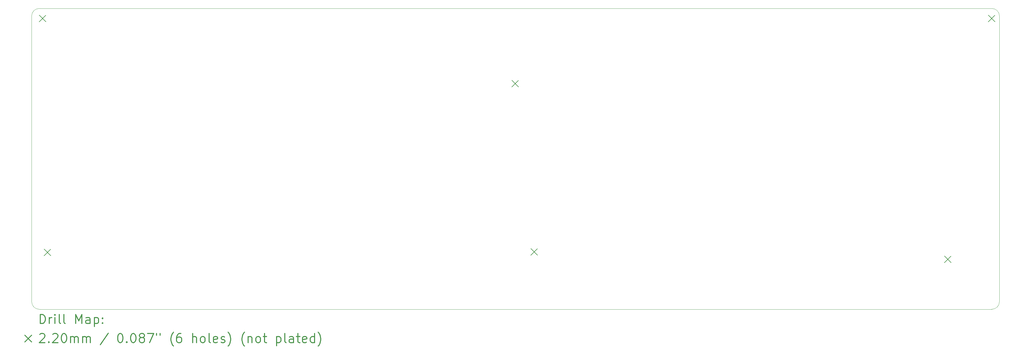
<source format=gbr>
%FSLAX45Y45*%
G04 Gerber Fmt 4.5, Leading zero omitted, Abs format (unit mm)*
G04 Created by KiCad (PCBNEW (5.1.9)-1) date 2021-05-17 17:20:40*
%MOMM*%
%LPD*%
G01*
G04 APERTURE LIST*
%TA.AperFunction,Profile*%
%ADD10C,0.100000*%
%TD*%
%ADD11C,0.200000*%
%ADD12C,0.300000*%
G04 APERTURE END LIST*
D10*
X38225000Y-9765000D02*
G75*
G02*
X38475000Y-10015000I0J-250000D01*
G01*
X6790000Y-19695000D02*
G75*
G02*
X6540000Y-19445000I0J250000D01*
G01*
X38475000Y-19445000D02*
G75*
G02*
X38225000Y-19695000I-250000J0D01*
G01*
X6540000Y-19445000D02*
X6540000Y-10015000D01*
X6790000Y-19695000D02*
X38225000Y-19695000D01*
X38475000Y-19445000D02*
X38475000Y-10015000D01*
X38225000Y-9765000D02*
X6790000Y-9765000D01*
X6540000Y-10015000D02*
G75*
G02*
X6790000Y-9765000I250000J0D01*
G01*
D11*
X6790000Y-9990000D02*
X7010000Y-10210000D01*
X7010000Y-9990000D02*
X6790000Y-10210000D01*
X6950000Y-17710000D02*
X7170000Y-17930000D01*
X7170000Y-17710000D02*
X6950000Y-17930000D01*
X22390000Y-12140000D02*
X22610000Y-12360000D01*
X22610000Y-12140000D02*
X22390000Y-12360000D01*
X23015000Y-17690000D02*
X23235000Y-17910000D01*
X23235000Y-17690000D02*
X23015000Y-17910000D01*
X36665000Y-17940000D02*
X36885000Y-18160000D01*
X36885000Y-17940000D02*
X36665000Y-18160000D01*
X38110000Y-9990000D02*
X38330000Y-10210000D01*
X38330000Y-9990000D02*
X38110000Y-10210000D01*
D12*
X6821428Y-20165714D02*
X6821428Y-19865714D01*
X6892857Y-19865714D01*
X6935714Y-19880000D01*
X6964286Y-19908572D01*
X6978571Y-19937143D01*
X6992857Y-19994286D01*
X6992857Y-20037143D01*
X6978571Y-20094286D01*
X6964286Y-20122857D01*
X6935714Y-20151429D01*
X6892857Y-20165714D01*
X6821428Y-20165714D01*
X7121428Y-20165714D02*
X7121428Y-19965714D01*
X7121428Y-20022857D02*
X7135714Y-19994286D01*
X7150000Y-19980000D01*
X7178571Y-19965714D01*
X7207143Y-19965714D01*
X7307143Y-20165714D02*
X7307143Y-19965714D01*
X7307143Y-19865714D02*
X7292857Y-19880000D01*
X7307143Y-19894286D01*
X7321428Y-19880000D01*
X7307143Y-19865714D01*
X7307143Y-19894286D01*
X7492857Y-20165714D02*
X7464286Y-20151429D01*
X7450000Y-20122857D01*
X7450000Y-19865714D01*
X7650000Y-20165714D02*
X7621428Y-20151429D01*
X7607143Y-20122857D01*
X7607143Y-19865714D01*
X7992857Y-20165714D02*
X7992857Y-19865714D01*
X8092857Y-20080000D01*
X8192857Y-19865714D01*
X8192857Y-20165714D01*
X8464286Y-20165714D02*
X8464286Y-20008572D01*
X8450000Y-19980000D01*
X8421428Y-19965714D01*
X8364286Y-19965714D01*
X8335714Y-19980000D01*
X8464286Y-20151429D02*
X8435714Y-20165714D01*
X8364286Y-20165714D01*
X8335714Y-20151429D01*
X8321428Y-20122857D01*
X8321428Y-20094286D01*
X8335714Y-20065714D01*
X8364286Y-20051429D01*
X8435714Y-20051429D01*
X8464286Y-20037143D01*
X8607143Y-19965714D02*
X8607143Y-20265714D01*
X8607143Y-19980000D02*
X8635714Y-19965714D01*
X8692857Y-19965714D01*
X8721428Y-19980000D01*
X8735714Y-19994286D01*
X8750000Y-20022857D01*
X8750000Y-20108572D01*
X8735714Y-20137143D01*
X8721428Y-20151429D01*
X8692857Y-20165714D01*
X8635714Y-20165714D01*
X8607143Y-20151429D01*
X8878571Y-20137143D02*
X8892857Y-20151429D01*
X8878571Y-20165714D01*
X8864286Y-20151429D01*
X8878571Y-20137143D01*
X8878571Y-20165714D01*
X8878571Y-19980000D02*
X8892857Y-19994286D01*
X8878571Y-20008572D01*
X8864286Y-19994286D01*
X8878571Y-19980000D01*
X8878571Y-20008572D01*
X6315000Y-20550000D02*
X6535000Y-20770000D01*
X6535000Y-20550000D02*
X6315000Y-20770000D01*
X6807143Y-20524286D02*
X6821428Y-20510000D01*
X6850000Y-20495714D01*
X6921428Y-20495714D01*
X6950000Y-20510000D01*
X6964286Y-20524286D01*
X6978571Y-20552857D01*
X6978571Y-20581429D01*
X6964286Y-20624286D01*
X6792857Y-20795714D01*
X6978571Y-20795714D01*
X7107143Y-20767143D02*
X7121428Y-20781429D01*
X7107143Y-20795714D01*
X7092857Y-20781429D01*
X7107143Y-20767143D01*
X7107143Y-20795714D01*
X7235714Y-20524286D02*
X7250000Y-20510000D01*
X7278571Y-20495714D01*
X7350000Y-20495714D01*
X7378571Y-20510000D01*
X7392857Y-20524286D01*
X7407143Y-20552857D01*
X7407143Y-20581429D01*
X7392857Y-20624286D01*
X7221428Y-20795714D01*
X7407143Y-20795714D01*
X7592857Y-20495714D02*
X7621428Y-20495714D01*
X7650000Y-20510000D01*
X7664286Y-20524286D01*
X7678571Y-20552857D01*
X7692857Y-20610000D01*
X7692857Y-20681429D01*
X7678571Y-20738572D01*
X7664286Y-20767143D01*
X7650000Y-20781429D01*
X7621428Y-20795714D01*
X7592857Y-20795714D01*
X7564286Y-20781429D01*
X7550000Y-20767143D01*
X7535714Y-20738572D01*
X7521428Y-20681429D01*
X7521428Y-20610000D01*
X7535714Y-20552857D01*
X7550000Y-20524286D01*
X7564286Y-20510000D01*
X7592857Y-20495714D01*
X7821428Y-20795714D02*
X7821428Y-20595714D01*
X7821428Y-20624286D02*
X7835714Y-20610000D01*
X7864286Y-20595714D01*
X7907143Y-20595714D01*
X7935714Y-20610000D01*
X7950000Y-20638572D01*
X7950000Y-20795714D01*
X7950000Y-20638572D02*
X7964286Y-20610000D01*
X7992857Y-20595714D01*
X8035714Y-20595714D01*
X8064286Y-20610000D01*
X8078571Y-20638572D01*
X8078571Y-20795714D01*
X8221428Y-20795714D02*
X8221428Y-20595714D01*
X8221428Y-20624286D02*
X8235714Y-20610000D01*
X8264286Y-20595714D01*
X8307143Y-20595714D01*
X8335714Y-20610000D01*
X8350000Y-20638572D01*
X8350000Y-20795714D01*
X8350000Y-20638572D02*
X8364286Y-20610000D01*
X8392857Y-20595714D01*
X8435714Y-20595714D01*
X8464286Y-20610000D01*
X8478571Y-20638572D01*
X8478571Y-20795714D01*
X9064286Y-20481429D02*
X8807143Y-20867143D01*
X9450000Y-20495714D02*
X9478571Y-20495714D01*
X9507143Y-20510000D01*
X9521428Y-20524286D01*
X9535714Y-20552857D01*
X9550000Y-20610000D01*
X9550000Y-20681429D01*
X9535714Y-20738572D01*
X9521428Y-20767143D01*
X9507143Y-20781429D01*
X9478571Y-20795714D01*
X9450000Y-20795714D01*
X9421428Y-20781429D01*
X9407143Y-20767143D01*
X9392857Y-20738572D01*
X9378571Y-20681429D01*
X9378571Y-20610000D01*
X9392857Y-20552857D01*
X9407143Y-20524286D01*
X9421428Y-20510000D01*
X9450000Y-20495714D01*
X9678571Y-20767143D02*
X9692857Y-20781429D01*
X9678571Y-20795714D01*
X9664286Y-20781429D01*
X9678571Y-20767143D01*
X9678571Y-20795714D01*
X9878571Y-20495714D02*
X9907143Y-20495714D01*
X9935714Y-20510000D01*
X9950000Y-20524286D01*
X9964286Y-20552857D01*
X9978571Y-20610000D01*
X9978571Y-20681429D01*
X9964286Y-20738572D01*
X9950000Y-20767143D01*
X9935714Y-20781429D01*
X9907143Y-20795714D01*
X9878571Y-20795714D01*
X9850000Y-20781429D01*
X9835714Y-20767143D01*
X9821428Y-20738572D01*
X9807143Y-20681429D01*
X9807143Y-20610000D01*
X9821428Y-20552857D01*
X9835714Y-20524286D01*
X9850000Y-20510000D01*
X9878571Y-20495714D01*
X10150000Y-20624286D02*
X10121428Y-20610000D01*
X10107143Y-20595714D01*
X10092857Y-20567143D01*
X10092857Y-20552857D01*
X10107143Y-20524286D01*
X10121428Y-20510000D01*
X10150000Y-20495714D01*
X10207143Y-20495714D01*
X10235714Y-20510000D01*
X10250000Y-20524286D01*
X10264286Y-20552857D01*
X10264286Y-20567143D01*
X10250000Y-20595714D01*
X10235714Y-20610000D01*
X10207143Y-20624286D01*
X10150000Y-20624286D01*
X10121428Y-20638572D01*
X10107143Y-20652857D01*
X10092857Y-20681429D01*
X10092857Y-20738572D01*
X10107143Y-20767143D01*
X10121428Y-20781429D01*
X10150000Y-20795714D01*
X10207143Y-20795714D01*
X10235714Y-20781429D01*
X10250000Y-20767143D01*
X10264286Y-20738572D01*
X10264286Y-20681429D01*
X10250000Y-20652857D01*
X10235714Y-20638572D01*
X10207143Y-20624286D01*
X10364286Y-20495714D02*
X10564286Y-20495714D01*
X10435714Y-20795714D01*
X10664286Y-20495714D02*
X10664286Y-20552857D01*
X10778571Y-20495714D02*
X10778571Y-20552857D01*
X11221428Y-20910000D02*
X11207143Y-20895714D01*
X11178571Y-20852857D01*
X11164286Y-20824286D01*
X11150000Y-20781429D01*
X11135714Y-20710000D01*
X11135714Y-20652857D01*
X11150000Y-20581429D01*
X11164286Y-20538572D01*
X11178571Y-20510000D01*
X11207143Y-20467143D01*
X11221428Y-20452857D01*
X11464286Y-20495714D02*
X11407143Y-20495714D01*
X11378571Y-20510000D01*
X11364286Y-20524286D01*
X11335714Y-20567143D01*
X11321428Y-20624286D01*
X11321428Y-20738572D01*
X11335714Y-20767143D01*
X11350000Y-20781429D01*
X11378571Y-20795714D01*
X11435714Y-20795714D01*
X11464286Y-20781429D01*
X11478571Y-20767143D01*
X11492857Y-20738572D01*
X11492857Y-20667143D01*
X11478571Y-20638572D01*
X11464286Y-20624286D01*
X11435714Y-20610000D01*
X11378571Y-20610000D01*
X11350000Y-20624286D01*
X11335714Y-20638572D01*
X11321428Y-20667143D01*
X11850000Y-20795714D02*
X11850000Y-20495714D01*
X11978571Y-20795714D02*
X11978571Y-20638572D01*
X11964286Y-20610000D01*
X11935714Y-20595714D01*
X11892857Y-20595714D01*
X11864286Y-20610000D01*
X11850000Y-20624286D01*
X12164286Y-20795714D02*
X12135714Y-20781429D01*
X12121428Y-20767143D01*
X12107143Y-20738572D01*
X12107143Y-20652857D01*
X12121428Y-20624286D01*
X12135714Y-20610000D01*
X12164286Y-20595714D01*
X12207143Y-20595714D01*
X12235714Y-20610000D01*
X12250000Y-20624286D01*
X12264286Y-20652857D01*
X12264286Y-20738572D01*
X12250000Y-20767143D01*
X12235714Y-20781429D01*
X12207143Y-20795714D01*
X12164286Y-20795714D01*
X12435714Y-20795714D02*
X12407143Y-20781429D01*
X12392857Y-20752857D01*
X12392857Y-20495714D01*
X12664286Y-20781429D02*
X12635714Y-20795714D01*
X12578571Y-20795714D01*
X12550000Y-20781429D01*
X12535714Y-20752857D01*
X12535714Y-20638572D01*
X12550000Y-20610000D01*
X12578571Y-20595714D01*
X12635714Y-20595714D01*
X12664286Y-20610000D01*
X12678571Y-20638572D01*
X12678571Y-20667143D01*
X12535714Y-20695714D01*
X12792857Y-20781429D02*
X12821428Y-20795714D01*
X12878571Y-20795714D01*
X12907143Y-20781429D01*
X12921428Y-20752857D01*
X12921428Y-20738572D01*
X12907143Y-20710000D01*
X12878571Y-20695714D01*
X12835714Y-20695714D01*
X12807143Y-20681429D01*
X12792857Y-20652857D01*
X12792857Y-20638572D01*
X12807143Y-20610000D01*
X12835714Y-20595714D01*
X12878571Y-20595714D01*
X12907143Y-20610000D01*
X13021428Y-20910000D02*
X13035714Y-20895714D01*
X13064286Y-20852857D01*
X13078571Y-20824286D01*
X13092857Y-20781429D01*
X13107143Y-20710000D01*
X13107143Y-20652857D01*
X13092857Y-20581429D01*
X13078571Y-20538572D01*
X13064286Y-20510000D01*
X13035714Y-20467143D01*
X13021428Y-20452857D01*
X13564286Y-20910000D02*
X13550000Y-20895714D01*
X13521428Y-20852857D01*
X13507143Y-20824286D01*
X13492857Y-20781429D01*
X13478571Y-20710000D01*
X13478571Y-20652857D01*
X13492857Y-20581429D01*
X13507143Y-20538572D01*
X13521428Y-20510000D01*
X13550000Y-20467143D01*
X13564286Y-20452857D01*
X13678571Y-20595714D02*
X13678571Y-20795714D01*
X13678571Y-20624286D02*
X13692857Y-20610000D01*
X13721428Y-20595714D01*
X13764286Y-20595714D01*
X13792857Y-20610000D01*
X13807143Y-20638572D01*
X13807143Y-20795714D01*
X13992857Y-20795714D02*
X13964286Y-20781429D01*
X13950000Y-20767143D01*
X13935714Y-20738572D01*
X13935714Y-20652857D01*
X13950000Y-20624286D01*
X13964286Y-20610000D01*
X13992857Y-20595714D01*
X14035714Y-20595714D01*
X14064286Y-20610000D01*
X14078571Y-20624286D01*
X14092857Y-20652857D01*
X14092857Y-20738572D01*
X14078571Y-20767143D01*
X14064286Y-20781429D01*
X14035714Y-20795714D01*
X13992857Y-20795714D01*
X14178571Y-20595714D02*
X14292857Y-20595714D01*
X14221428Y-20495714D02*
X14221428Y-20752857D01*
X14235714Y-20781429D01*
X14264286Y-20795714D01*
X14292857Y-20795714D01*
X14621428Y-20595714D02*
X14621428Y-20895714D01*
X14621428Y-20610000D02*
X14650000Y-20595714D01*
X14707143Y-20595714D01*
X14735714Y-20610000D01*
X14750000Y-20624286D01*
X14764286Y-20652857D01*
X14764286Y-20738572D01*
X14750000Y-20767143D01*
X14735714Y-20781429D01*
X14707143Y-20795714D01*
X14650000Y-20795714D01*
X14621428Y-20781429D01*
X14935714Y-20795714D02*
X14907143Y-20781429D01*
X14892857Y-20752857D01*
X14892857Y-20495714D01*
X15178571Y-20795714D02*
X15178571Y-20638572D01*
X15164286Y-20610000D01*
X15135714Y-20595714D01*
X15078571Y-20595714D01*
X15050000Y-20610000D01*
X15178571Y-20781429D02*
X15150000Y-20795714D01*
X15078571Y-20795714D01*
X15050000Y-20781429D01*
X15035714Y-20752857D01*
X15035714Y-20724286D01*
X15050000Y-20695714D01*
X15078571Y-20681429D01*
X15150000Y-20681429D01*
X15178571Y-20667143D01*
X15278571Y-20595714D02*
X15392857Y-20595714D01*
X15321428Y-20495714D02*
X15321428Y-20752857D01*
X15335714Y-20781429D01*
X15364286Y-20795714D01*
X15392857Y-20795714D01*
X15607143Y-20781429D02*
X15578571Y-20795714D01*
X15521428Y-20795714D01*
X15492857Y-20781429D01*
X15478571Y-20752857D01*
X15478571Y-20638572D01*
X15492857Y-20610000D01*
X15521428Y-20595714D01*
X15578571Y-20595714D01*
X15607143Y-20610000D01*
X15621428Y-20638572D01*
X15621428Y-20667143D01*
X15478571Y-20695714D01*
X15878571Y-20795714D02*
X15878571Y-20495714D01*
X15878571Y-20781429D02*
X15850000Y-20795714D01*
X15792857Y-20795714D01*
X15764286Y-20781429D01*
X15750000Y-20767143D01*
X15735714Y-20738572D01*
X15735714Y-20652857D01*
X15750000Y-20624286D01*
X15764286Y-20610000D01*
X15792857Y-20595714D01*
X15850000Y-20595714D01*
X15878571Y-20610000D01*
X15992857Y-20910000D02*
X16007143Y-20895714D01*
X16035714Y-20852857D01*
X16050000Y-20824286D01*
X16064286Y-20781429D01*
X16078571Y-20710000D01*
X16078571Y-20652857D01*
X16064286Y-20581429D01*
X16050000Y-20538572D01*
X16035714Y-20510000D01*
X16007143Y-20467143D01*
X15992857Y-20452857D01*
M02*

</source>
